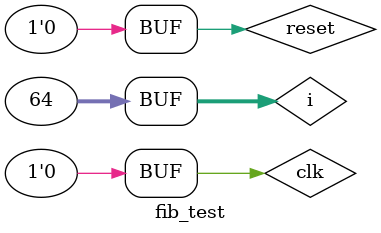
<source format=v>
`timescale 1ns / 1ps


module fib_test;

	// Inputs
	reg clk;
	reg reset;
	
  // Outputs
	wire [2:0] a_reg, b_reg, dest_reg;
  wire [15:0] immediate;
  wire immediate_p;
  wire [7:0] alu_op;
  wire [15:0] alu_bus, alu_a_in, alu_b_in;
  wire [4:0] flags;

	// Instantiate the Unit Under Test (UUT)
  alu_regfile uut (.clk(clk), .reset(reset),
    .a_reg(a_reg), .b_reg(b_reg), .dest_reg(dest_reg),
    .immediate(immediate), .immediate_p(immediate_p),
    .alu_op(alu_op),
    .alu_bus(alu_bus), .alu_a_in(alu_a_in), .alu_b_in(alu_b_in), .flags(flags));
  
  fib_machine fib (.clk(clk), .reset(reset),
    .a_reg(a_reg), .b_reg(b_reg), .dest_reg(dest_reg),
    .immediate(immediate), .immediate_p(immediate_p),
    .alu_op(alu_op));

  integer i;
  
	initial begin
    $monitor("a_in:%d, b_in:%d, result:%d, flags:%b", alu_a_in, alu_b_in, alu_bus, flags);
		// Initialize Inputs
		clk = 0;
		reset = 1;

		// Wait 100 ns for global reset to finish
		#10;
    reset = 0;
		// Add stimulus here
    for (i=0;i<64;i=i+1) begin
      clk = 1'b1;
      #10;
      clk = 1'b0;
      #10;
    end
	end
      
endmodule


</source>
